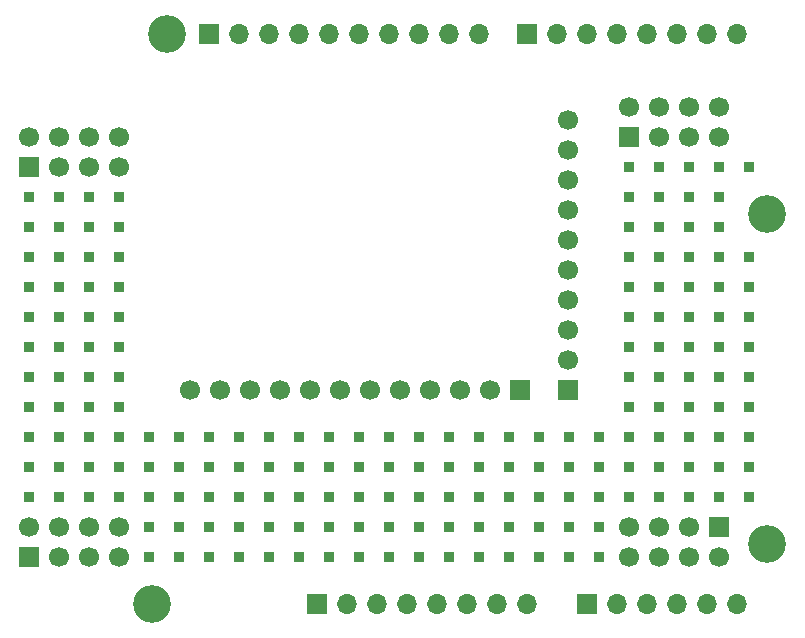
<source format=gbr>
%TF.GenerationSoftware,KiCad,Pcbnew,9.0.4*%
%TF.CreationDate,2025-10-19T02:38:57-06:00*%
%TF.ProjectId,2025_UNO_FPAA_PROTO_A_v1,32303235-5f55-44e4-9f5f-465041415f50,rev?*%
%TF.SameCoordinates,Original*%
%TF.FileFunction,Soldermask,Bot*%
%TF.FilePolarity,Negative*%
%FSLAX46Y46*%
G04 Gerber Fmt 4.6, Leading zero omitted, Abs format (unit mm)*
G04 Created by KiCad (PCBNEW 9.0.4) date 2025-10-19 02:38:57*
%MOMM*%
%LPD*%
G01*
G04 APERTURE LIST*
%ADD10R,1.700000X1.700000*%
%ADD11O,1.700000X1.700000*%
%ADD12R,0.850000X0.850000*%
%ADD13C,1.700000*%
%ADD14C,3.200000*%
G04 APERTURE END LIST*
D10*
%TO.C,J1*%
X127940000Y-97460000D03*
D11*
X130480000Y-97460000D03*
X133020000Y-97460000D03*
X135560000Y-97460000D03*
X138100000Y-97460000D03*
X140640000Y-97460000D03*
X143180000Y-97460000D03*
X145720000Y-97460000D03*
%TD*%
D10*
%TO.C,J3*%
X150800000Y-97460000D03*
D11*
X153340000Y-97460000D03*
X155880000Y-97460000D03*
X158420000Y-97460000D03*
X160960000Y-97460000D03*
X163500000Y-97460000D03*
%TD*%
D10*
%TO.C,J2*%
X118796000Y-49200000D03*
D11*
X121336000Y-49200000D03*
X123876000Y-49200000D03*
X126416000Y-49200000D03*
X128956000Y-49200000D03*
X131496000Y-49200000D03*
X134036000Y-49200000D03*
X136576000Y-49200000D03*
X139116000Y-49200000D03*
X141656000Y-49200000D03*
%TD*%
D10*
%TO.C,J4*%
X145720000Y-49200000D03*
D11*
X148260000Y-49200000D03*
X150800000Y-49200000D03*
X153340000Y-49200000D03*
X155880000Y-49200000D03*
X158420000Y-49200000D03*
X160960000Y-49200000D03*
X163500000Y-49200000D03*
%TD*%
D12*
%TO.C,REF\u002A\u002A203*%
X106140000Y-68060000D03*
%TD*%
%TO.C,REF\u002A\u002A197*%
X111220000Y-62980000D03*
%TD*%
%TO.C,REF\u002A\u002A183*%
X164560000Y-80760000D03*
%TD*%
%TO.C,REF\u002A\u002A199*%
X106140000Y-65520000D03*
%TD*%
%TO.C,REF\u002A\u002A40*%
X139160000Y-85840000D03*
%TD*%
%TO.C,REF\u002A\u002A5*%
X113760000Y-83300000D03*
%TD*%
%TO.C,REF\u002A\u002A181*%
X159480000Y-80760000D03*
%TD*%
%TO.C,REF\u002A\u002A42*%
X144240000Y-85840000D03*
%TD*%
%TO.C,REF\u002A\u002A174*%
X154400000Y-78220000D03*
%TD*%
%TO.C,REF\u002A\u002A87*%
X131540000Y-90920000D03*
%TD*%
%TO.C,REF\u002A\u002A74*%
X162020000Y-88380000D03*
%TD*%
%TO.C,REF\u002A\u002A95*%
X151860000Y-90920000D03*
%TD*%
%TO.C,REF\u002A\u002A156*%
X159480000Y-68060000D03*
%TD*%
%TO.C,REF\u002A\u002A225*%
X111220000Y-80760000D03*
%TD*%
%TO.C,REF\u002A\u002A222*%
X103600000Y-80760000D03*
%TD*%
D10*
%TO.C,J9*%
X162020000Y-90920000D03*
D13*
X162020000Y-93460000D03*
X159480000Y-90920000D03*
X159480000Y-93460000D03*
X156940000Y-90920000D03*
X156940000Y-93460000D03*
X154400000Y-90920000D03*
X154400000Y-93460000D03*
%TD*%
D12*
%TO.C,REF\u002A\u002A92*%
X144240000Y-90920000D03*
%TD*%
%TO.C,REF\u002A\u002A33*%
X121380000Y-85840000D03*
%TD*%
%TO.C,REF\u002A\u002A66*%
X141700000Y-88380000D03*
%TD*%
%TO.C,REF\u002A\u002A28*%
X108680000Y-85840000D03*
%TD*%
%TO.C,REF\u002A\u002A119*%
X149320000Y-93460000D03*
%TD*%
%TO.C,REF\u002A\u002A142*%
X162020000Y-60440000D03*
%TD*%
%TO.C,REF\u002A\u002A64*%
X136620000Y-88380000D03*
%TD*%
%TO.C,REF\u002A\u002A44*%
X149320000Y-85840000D03*
%TD*%
%TO.C,REF\u002A\u002A152*%
X162020000Y-65520000D03*
%TD*%
%TO.C,REF\u002A\u002A93*%
X146780000Y-90920000D03*
%TD*%
%TO.C,REF\u002A\u002A13*%
X134080000Y-83300000D03*
%TD*%
%TO.C,REF\u002A\u002A29*%
X111220000Y-85840000D03*
%TD*%
D10*
%TO.C,J12*%
X145190000Y-79340000D03*
D13*
X142650000Y-79340000D03*
X140110000Y-79340000D03*
X137570000Y-79340000D03*
X135030000Y-79340000D03*
X132490000Y-79340000D03*
X129950000Y-79340000D03*
X127410000Y-79340000D03*
X124870000Y-79340000D03*
X122330000Y-79340000D03*
X119790000Y-79340000D03*
X117250000Y-79340000D03*
%TD*%
D12*
%TO.C,REF\u002A\u002A223*%
X106140000Y-80760000D03*
%TD*%
%TO.C,REF\u002A\u002A81*%
X116300000Y-90920000D03*
%TD*%
%TO.C,REF\u002A\u002A218*%
X103600000Y-78220000D03*
%TD*%
%TO.C,REF\u002A\u002A201*%
X111220000Y-65520000D03*
%TD*%
%TO.C,REF\u002A\u002A204*%
X108680000Y-68060000D03*
%TD*%
%TO.C,REF\u002A\u002A11*%
X129000000Y-83300000D03*
%TD*%
%TO.C,REF\u002A\u002A151*%
X159480000Y-65520000D03*
%TD*%
%TO.C,REF\u002A\u002A35*%
X126460000Y-85840000D03*
%TD*%
%TO.C,REF\u002A\u002A10*%
X126460000Y-83300000D03*
%TD*%
%TO.C,REF\u002A\u002A110*%
X126460000Y-93460000D03*
%TD*%
%TO.C,REF\u002A\u002A45*%
X151860000Y-85840000D03*
%TD*%
%TO.C,REF\u002A\u002A16*%
X141700000Y-83300000D03*
%TD*%
%TO.C,REF\u002A\u002A172*%
X162020000Y-75680000D03*
%TD*%
%TO.C,REF\u002A\u002A80*%
X113760000Y-90920000D03*
%TD*%
%TO.C,REF\u002A\u002A3*%
X108680000Y-83300000D03*
%TD*%
%TO.C,REF\u002A\u002A215*%
X106140000Y-75680000D03*
%TD*%
%TO.C,REF\u002A\u002A166*%
X159480000Y-73140000D03*
%TD*%
%TO.C,REF\u002A\u002A89*%
X136620000Y-90920000D03*
%TD*%
%TO.C,REF\u002A\u002A182*%
X162020000Y-80760000D03*
%TD*%
%TO.C,REF\u002A\u002A158*%
X164560000Y-68060000D03*
%TD*%
%TO.C,REF\u002A\u002A171*%
X159480000Y-75680000D03*
%TD*%
%TO.C,REF\u002A\u002A150*%
X156940000Y-65520000D03*
%TD*%
%TO.C,REF\u002A\u002A211*%
X106140000Y-73140000D03*
%TD*%
%TO.C,REF\u002A\u002A71*%
X154400000Y-88380000D03*
%TD*%
%TO.C,REF\u002A\u002A164*%
X154400000Y-73140000D03*
%TD*%
%TO.C,REF\u002A\u002A58*%
X121380000Y-88380000D03*
%TD*%
%TO.C,REF\u002A\u002A140*%
X156940000Y-60440000D03*
%TD*%
%TO.C,REF\u002A\u002A65*%
X139160000Y-88380000D03*
%TD*%
%TO.C,REF\u002A\u002A20*%
X151860000Y-83300000D03*
%TD*%
%TO.C,REF\u002A\u002A85*%
X126460000Y-90920000D03*
%TD*%
%TO.C,REF\u002A\u002A105*%
X113760000Y-93460000D03*
%TD*%
%TO.C,REF\u002A\u002A118*%
X146780000Y-93460000D03*
%TD*%
%TO.C,REF\u002A\u002A7*%
X118840000Y-83300000D03*
%TD*%
%TO.C,REF\u002A\u002A159*%
X154400000Y-70600000D03*
%TD*%
%TO.C,REF\u002A\u002A68*%
X146780000Y-88380000D03*
%TD*%
%TO.C,REF\u002A\u002A6*%
X116300000Y-83300000D03*
%TD*%
%TO.C,REF\u002A\u002A75*%
X164560000Y-88380000D03*
%TD*%
%TO.C,REF\u002A\u002A162*%
X162020000Y-70600000D03*
%TD*%
%TO.C,REF\u002A\u002A170*%
X156940000Y-75680000D03*
%TD*%
%TO.C,REF\u002A\u002A67*%
X144240000Y-88380000D03*
%TD*%
%TO.C,REF\u002A\u002A167*%
X162020000Y-73140000D03*
%TD*%
%TO.C,REF\u002A\u002A37*%
X131540000Y-85840000D03*
%TD*%
%TO.C,REF\u002A\u002A216*%
X108680000Y-75680000D03*
%TD*%
%TO.C,REF\u002A\u002A63*%
X134080000Y-88380000D03*
%TD*%
%TO.C,REF\u002A\u002A51*%
X103600000Y-88380000D03*
%TD*%
%TO.C,REF\u002A\u002A70*%
X151860000Y-88380000D03*
%TD*%
D14*
%TO.C,MH1*%
X115240000Y-49200000D03*
%TD*%
D12*
%TO.C,REF\u002A\u002A149*%
X154400000Y-65520000D03*
%TD*%
%TO.C,REF\u002A\u002A14*%
X136620000Y-83300000D03*
%TD*%
%TO.C,REF\u002A\u002A177*%
X162020000Y-78220000D03*
%TD*%
%TO.C,REF\u002A\u002A50*%
X164560000Y-85840000D03*
%TD*%
%TO.C,REF\u002A\u002A12*%
X131540000Y-83300000D03*
%TD*%
%TO.C,REF\u002A\u002A88*%
X134080000Y-90920000D03*
%TD*%
%TO.C,REF\u002A\u002A91*%
X141700000Y-90920000D03*
%TD*%
%TO.C,REF\u002A\u002A15*%
X139160000Y-83300000D03*
%TD*%
%TO.C,REF\u002A\u002A176*%
X159480000Y-78220000D03*
%TD*%
%TO.C,REF\u002A\u002A139*%
X154400000Y-60440000D03*
%TD*%
%TO.C,REF\u002A\u002A173*%
X164560000Y-75680000D03*
%TD*%
%TO.C,REF\u002A\u002A31*%
X116300000Y-85840000D03*
%TD*%
%TO.C,REF\u002A\u002A141*%
X159480000Y-60440000D03*
%TD*%
%TO.C,REF\u002A\u002A73*%
X159480000Y-88380000D03*
%TD*%
%TO.C,REF\u002A\u002A25*%
X164560000Y-83300000D03*
%TD*%
%TO.C,REF\u002A\u002A38*%
X134080000Y-85840000D03*
%TD*%
%TO.C,REF\u002A\u002A17*%
X144240000Y-83300000D03*
%TD*%
D10*
%TO.C,J6*%
X103600000Y-60440000D03*
D13*
X103600000Y-57900000D03*
X106140000Y-60440000D03*
X106140000Y-57900000D03*
X108680000Y-60440000D03*
X108680000Y-57900000D03*
X111220000Y-60440000D03*
X111220000Y-57900000D03*
%TD*%
D12*
%TO.C,REF\u002A\u002A21*%
X154400000Y-83300000D03*
%TD*%
%TO.C,REF\u002A\u002A39*%
X136620000Y-85840000D03*
%TD*%
%TO.C,REF\u002A\u002A179*%
X154400000Y-80760000D03*
%TD*%
%TO.C,REF\u002A\u002A59*%
X123920000Y-88380000D03*
%TD*%
%TO.C,REF\u002A\u002A106*%
X116300000Y-93460000D03*
%TD*%
%TO.C,REF\u002A\u002A8*%
X121380000Y-83300000D03*
%TD*%
%TO.C,REF\u002A\u002A84*%
X123920000Y-90920000D03*
%TD*%
%TO.C,REF\u002A\u002A180*%
X156940000Y-80760000D03*
%TD*%
%TO.C,REF\u002A\u002A208*%
X108680000Y-70600000D03*
%TD*%
%TO.C,REF\u002A\u002A30*%
X113760000Y-85840000D03*
%TD*%
%TO.C,REF\u002A\u002A9*%
X123920000Y-83300000D03*
%TD*%
%TO.C,REF\u002A\u002A72*%
X156940000Y-88380000D03*
%TD*%
%TO.C,REF\u002A\u002A114*%
X136620000Y-93460000D03*
%TD*%
%TO.C,REF\u002A\u002A109*%
X123920000Y-93460000D03*
%TD*%
%TO.C,REF\u002A\u002A115*%
X139160000Y-93460000D03*
%TD*%
%TO.C,REF\u002A\u002A198*%
X103600000Y-65520000D03*
%TD*%
%TO.C,REF\u002A\u002A60*%
X126460000Y-88380000D03*
%TD*%
%TO.C,REF\u002A\u002A2*%
X106140000Y-83300000D03*
%TD*%
%TO.C,REF\u002A\u002A18*%
X146780000Y-83300000D03*
%TD*%
%TO.C,REF\u002A\u002A213*%
X111220000Y-73140000D03*
%TD*%
%TO.C,REF\u002A\u002A224*%
X108680000Y-80760000D03*
%TD*%
%TO.C,REF\u002A\u002A61*%
X129000000Y-88380000D03*
%TD*%
%TO.C,REF\u002A\u002A147*%
X162020000Y-62980000D03*
%TD*%
%TO.C,REF\u002A\u002A117*%
X144240000Y-93460000D03*
%TD*%
%TO.C,REF\u002A\u002A189*%
X154400000Y-85840000D03*
%TD*%
%TO.C,REF\u002A\u002A83*%
X121380000Y-90920000D03*
%TD*%
%TO.C,REF\u002A\u002A23*%
X159480000Y-83300000D03*
%TD*%
%TO.C,REF\u002A\u002A214*%
X103600000Y-75680000D03*
%TD*%
%TO.C,REF\u002A\u002A175*%
X156940000Y-78220000D03*
%TD*%
%TO.C,REF\u002A\u002A206*%
X103600000Y-70600000D03*
%TD*%
D10*
%TO.C,J7*%
X154400000Y-57900000D03*
D13*
X154400000Y-55360000D03*
X156940000Y-57900000D03*
X156940000Y-55360000D03*
X159480000Y-57900000D03*
X159480000Y-55360000D03*
X162020000Y-57900000D03*
X162020000Y-55360000D03*
%TD*%
D12*
%TO.C,REF\u002A\u002A108*%
X121380000Y-93460000D03*
%TD*%
%TO.C,REF\u002A\u002A86*%
X129000000Y-90920000D03*
%TD*%
%TO.C,REF\u002A\u002A32*%
X118840000Y-85840000D03*
%TD*%
%TO.C,REF\u002A\u002A41*%
X141700000Y-85840000D03*
%TD*%
%TO.C,REF\u002A\u002A82*%
X118840000Y-90920000D03*
%TD*%
%TO.C,REF\u002A\u002A4*%
X111220000Y-83300000D03*
%TD*%
%TO.C,REF\u002A\u002A161*%
X159480000Y-70600000D03*
%TD*%
%TO.C,REF\u002A\u002A111*%
X129000000Y-93460000D03*
%TD*%
%TO.C,REF\u002A\u002A34*%
X123920000Y-85840000D03*
%TD*%
%TO.C,REF\u002A\u002A194*%
X103600000Y-62980000D03*
%TD*%
%TO.C,REF\u002A\u002A196*%
X108680000Y-62980000D03*
%TD*%
%TO.C,REF\u002A\u002A112*%
X131540000Y-93460000D03*
%TD*%
%TO.C,REF\u002A\u002A217*%
X111220000Y-75680000D03*
%TD*%
%TO.C,REF\u002A\u002A26*%
X103600000Y-85840000D03*
%TD*%
%TO.C,REF\u002A\u002A94*%
X149320000Y-90920000D03*
%TD*%
%TO.C,REF\u002A\u002A209*%
X111220000Y-70600000D03*
%TD*%
%TO.C,REF\u002A\u002A157*%
X162020000Y-68060000D03*
%TD*%
%TO.C,REF\u002A\u002A169*%
X154400000Y-75680000D03*
%TD*%
%TO.C,REF\u002A\u002A210*%
X103600000Y-73140000D03*
%TD*%
%TO.C,REF\u002A\u002A1*%
X103600000Y-83300000D03*
%TD*%
%TO.C,REF\u002A\u002A200*%
X108680000Y-65520000D03*
%TD*%
%TO.C,REF\u002A\u002A219*%
X106140000Y-78220000D03*
%TD*%
%TO.C,REF\u002A\u002A19*%
X149320000Y-83300000D03*
%TD*%
%TO.C,REF\u002A\u002A220*%
X108680000Y-78220000D03*
%TD*%
%TO.C,REF\u002A\u002A120*%
X151860000Y-93460000D03*
%TD*%
%TO.C,REF\u002A\u002A212*%
X108680000Y-73140000D03*
%TD*%
%TO.C,REF\u002A\u002A143*%
X164560000Y-60440000D03*
%TD*%
%TO.C,REF\u002A\u002A178*%
X164560000Y-78220000D03*
%TD*%
%TO.C,REF\u002A\u002A52*%
X106140000Y-88380000D03*
%TD*%
%TO.C,REF\u002A\u002A155*%
X156940000Y-68060000D03*
%TD*%
%TO.C,REF\u002A\u002A27*%
X106140000Y-85840000D03*
%TD*%
%TO.C,REF\u002A\u002A144*%
X154400000Y-62980000D03*
%TD*%
%TO.C,REF\u002A\u002A116*%
X141700000Y-93460000D03*
%TD*%
%TO.C,REF\u002A\u002A205*%
X111220000Y-68060000D03*
%TD*%
%TO.C,REF\u002A\u002A160*%
X156940000Y-70600000D03*
%TD*%
D10*
%TO.C,J5*%
X149240000Y-79330000D03*
D13*
X149240000Y-76790000D03*
X149240000Y-74250000D03*
X149240000Y-71710000D03*
X149240000Y-69170000D03*
X149240000Y-66630000D03*
X149240000Y-64090000D03*
X149240000Y-61550000D03*
X149240000Y-59010000D03*
X149240000Y-56470000D03*
%TD*%
D12*
%TO.C,REF\u002A\u002A163*%
X164560000Y-70600000D03*
%TD*%
%TO.C,REF\u002A\u002A24*%
X162020000Y-83300000D03*
%TD*%
%TO.C,REF\u002A\u002A145*%
X156940000Y-62980000D03*
%TD*%
%TO.C,REF\u002A\u002A221*%
X111220000Y-78220000D03*
%TD*%
%TO.C,REF\u002A\u002A22*%
X156940000Y-83300000D03*
%TD*%
D10*
%TO.C,J8*%
X103600000Y-93460000D03*
D13*
X103600000Y-90920000D03*
X106140000Y-93460000D03*
X106140000Y-90920000D03*
X108680000Y-93460000D03*
X108680000Y-90920000D03*
X111220000Y-93460000D03*
X111220000Y-90920000D03*
%TD*%
D12*
%TO.C,REF\u002A\u002A62*%
X131540000Y-88380000D03*
%TD*%
%TO.C,REF\u002A\u002A113*%
X134080000Y-93460000D03*
%TD*%
%TO.C,REF\u002A\u002A202*%
X103600000Y-68060000D03*
%TD*%
%TO.C,REF\u002A\u002A165*%
X156940000Y-73140000D03*
%TD*%
D14*
%TO.C,MH2*%
X113970000Y-97460000D03*
%TD*%
D12*
%TO.C,REF\u002A\u002A168*%
X164560000Y-73140000D03*
%TD*%
%TO.C,REF\u002A\u002A54*%
X111220000Y-88380000D03*
%TD*%
%TO.C,REF\u002A\u002A107*%
X118840000Y-93460000D03*
%TD*%
%TO.C,REF\u002A\u002A56*%
X116300000Y-88380000D03*
%TD*%
%TO.C,REF\u002A\u002A69*%
X149320000Y-88380000D03*
%TD*%
D14*
%TO.C,MH3*%
X166040000Y-64440000D03*
%TD*%
D12*
%TO.C,REF\u002A\u002A48*%
X159480000Y-85840000D03*
%TD*%
D14*
%TO.C,MH4*%
X166040000Y-92380000D03*
%TD*%
D12*
%TO.C,REF\u002A\u002A43*%
X146780000Y-85840000D03*
%TD*%
%TO.C,REF\u002A\u002A195*%
X106140000Y-62980000D03*
%TD*%
%TO.C,REF\u002A\u002A36*%
X129000000Y-85840000D03*
%TD*%
%TO.C,REF\u002A\u002A53*%
X108680000Y-88380000D03*
%TD*%
%TO.C,REF\u002A\u002A57*%
X118840000Y-88380000D03*
%TD*%
%TO.C,REF\u002A\u002A55*%
X113760000Y-88380000D03*
%TD*%
%TO.C,REF\u002A\u002A90*%
X139160000Y-90920000D03*
%TD*%
%TO.C,REF\u002A\u002A154*%
X154400000Y-68060000D03*
%TD*%
%TO.C,REF\u002A\u002A49*%
X162020000Y-85840000D03*
%TD*%
%TO.C,REF\u002A\u002A146*%
X159480000Y-62980000D03*
%TD*%
%TO.C,REF\u002A\u002A207*%
X106140000Y-70600000D03*
%TD*%
%TO.C,REF\u002A\u002A47*%
X156940000Y-85840000D03*
%TD*%
M02*

</source>
